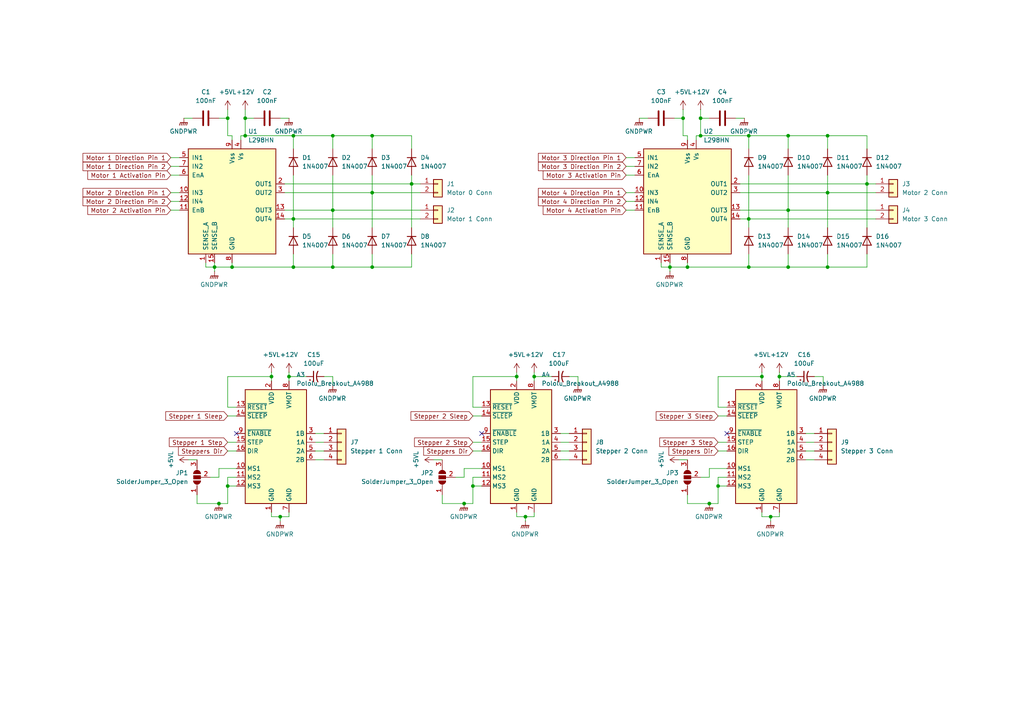
<source format=kicad_sch>
(kicad_sch (version 20250114) (generator "eeschema") (generator_version "9.0")
  (paper "A4")
  (lib_symbols
    (symbol "Connector_Generic:Conn_01x02" (pin_names (offset 1.016) (hide yes))
      (property "Reference" "J" (at 0 2.54 0))
      (property "Value" "Conn_01x02" (at 0 -5.08 0))
      (symbol "Conn_01x02_1_1"
        (rectangle (start -1.27 1.27) (end 1.27 -3.81) (stroke (width 0.254)) (fill (type background)))
        (rectangle (start -1.27 0.127) (end 0 -0.127) (stroke (width 0.1524)))
        (rectangle (start -1.27 -2.413) (end 0 -2.667) (stroke (width 0.1524)))
        (pin passive line (at -5.08 0 0) (length 3.81) (name "Pin_1") (number "1"))
        (pin passive line (at -5.08 -2.54 0) (length 3.81) (name "Pin_2") (number "2"))
      )
    )
    (symbol "Connector_Generic:Conn_01x04" (pin_names (offset 1.016) (hide yes))
      (property "Reference" "J" (at 0 5.08 0))
      (property "Value" "Conn_01x04" (at 0 -7.62 0))
      (symbol "Conn_01x04_1_1"
        (rectangle (start -1.27 3.81) (end 1.27 -6.35) (stroke (width 0.254)) (fill (type background)))
        (rectangle (start -1.27 2.667) (end 0 2.413) (stroke (width 0.1524)))
        (rectangle (start -1.27 0.127) (end 0 -0.127) (stroke (width 0.1524)))
        (rectangle (start -1.27 -2.413) (end 0 -2.667) (stroke (width 0.1524)))
        (rectangle (start -1.27 -4.953) (end 0 -5.207) (stroke (width 0.1524)))
        (pin passive line (at -5.08 2.54 0) (length 3.81) (name "Pin_1") (number "1"))
        (pin passive line (at -5.08 0 0) (length 3.81) (name "Pin_2") (number "2"))
        (pin passive line (at -5.08 -2.54 0) (length 3.81) (name "Pin_3") (number "3"))
        (pin passive line (at -5.08 -5.08 0) (length 3.81) (name "Pin_4") (number "4"))
      )
    )
    (symbol "Device:C" (pin_numbers (hide yes)) (pin_names (offset 0.254))
      (property "Reference" "C" (at 0.635 2.54 0))
      (property "Value" "C" (at 0.635 -2.54 0))
      (symbol "C_0_1"
        (polyline (pts (xy -2.032 0.762) (xy 2.032 0.762)) (stroke (width 0.508)))
        (polyline (pts (xy -2.032 -0.762) (xy 2.032 -0.762)) (stroke (width 0.508)))
      )
      (symbol "C_1_1"
        (pin passive line (at 0 3.81 270) (length 2.794) (name "~") (number "1"))
        (pin passive line (at 0 -3.81 90) (length 2.794) (name "~") (number "2"))
      )
    )
    (symbol "Device:C_Polarized_Small_US" (pin_numbers (hide yes)) (pin_names (offset 0.254) (hide yes))
      (property "Reference" "C" (at 0.254 1.778 0))
      (property "Value" "C_Polarized_Small_US" (at 0.254 -2.032 0))
      (symbol "C_Polarized_Small_US_0_1"
        (polyline (pts (xy -1.524 0.508) (xy 1.524 0.508)) (stroke (width 0.3048)))
        (polyline (pts (xy -1.27 1.524) (xy -0.762 1.524)))
        (polyline (pts (xy -1.016 1.27) (xy -1.016 1.778)))
        (arc (start -1.524 -0.762) (mid 0 -0.3734) (end 1.524 -0.762) (stroke (width 0.3048)))
      )
      (symbol "C_Polarized_Small_US_1_1"
        (pin passive line (at 0 2.54 270) (length 2.032) (name "~") (number "1"))
        (pin passive line (at 0 -2.54 90) (length 2.032) (name "~") (number "2"))
      )
    )
    (symbol "Diode:1N4007" (pin_numbers (hide yes)) (pin_names (hide yes))
      (property "Reference" "D" (at 0 2.54 0))
      (property "Value" "1N4007" (at 0 -2.54 0))
      (symbol "1N4007_0_1"
        (polyline (pts (xy -1.27 1.27) (xy -1.27 -1.27)) (stroke (width 0.254)))
        (polyline (pts (xy 1.27 1.27) (xy 1.27 -1.27) (xy -1.27 0) (xy 1.27 1.27)) (stroke (width 0.254)))
        (polyline (pts (xy 1.27 0) (xy -1.27 0)))
      )
      (symbol "1N4007_1_1"
        (pin passive line (at -3.81 0 0) (length 2.54) (name "K") (number "1"))
        (pin passive line (at 3.81 0 180) (length 2.54) (name "A") (number "2"))
      )
    )
    (symbol "Driver_Motor:L298HN" (pin_names (offset 1.016))
      (property "Reference" "U" (at -10.16 16.51 0))
      (property "Value" "L298HN" (at 12.7 16.51 0))
      (symbol "L298HN_0_1"
        (rectangle (start -12.7 15.24) (end 12.7 -15.24) (stroke (width 0.254)) (fill (type background)))
      )
      (symbol "L298HN_1_1"
        (pin input line (at -15.24 12.7 0) (length 2.54) (name "IN1") (number "5"))
        (pin input line (at -15.24 10.16 0) (length 2.54) (name "IN2") (number "7"))
        (pin input line (at -15.24 7.62 0) (length 2.54) (name "EnA") (number "6"))
        (pin input line (at -15.24 2.54 0) (length 2.54) (name "IN3") (number "10"))
        (pin input line (at -15.24 0 0) (length 2.54) (name "IN4") (number "12"))
        (pin input line (at -15.24 -2.54 0) (length 2.54) (name "EnB") (number "11"))
        (pin power_in line (at -7.62 -17.78 90) (length 2.54) (name "SENSE_A") (number "1"))
        (pin power_in line (at -5.08 -17.78 90) (length 2.54) (name "SENSE_B") (number "15"))
        (pin power_in line (at 0 17.78 270) (length 2.54) (name "Vss") (number "9"))
        (pin power_in line (at 0 -17.78 90) (length 2.54) (name "GND") (number "8"))
        (pin power_in line (at 2.54 17.78 270) (length 2.54) (name "Vs") (number "4"))
        (pin output line (at 15.24 5.08 180) (length 2.54) (name "OUT1") (number "2"))
        (pin output line (at 15.24 2.54 180) (length 2.54) (name "OUT2") (number "3"))
        (pin output line (at 15.24 -2.54 180) (length 2.54) (name "OUT3") (number "13"))
        (pin output line (at 15.24 -5.08 180) (length 2.54) (name "OUT4") (number "14"))
      )
    )
    (symbol "Driver_Motor:Pololu_Breakout_A4988"
      (property "Reference" "A" (at -2.54 19.05 0))
      (property "Value" "Pololu_Breakout_A4988" (at -2.54 16.51 0))
      (symbol "Pololu_Breakout_A4988_0_1"
        (rectangle (start 10.16 -17.78) (end -7.62 15.24) (stroke (width 0.254)) (fill (type background)))
      )
      (symbol "Pololu_Breakout_A4988_1_1"
        (pin input line (at -10.16 10.16 0) (length 2.54) (name "~{RESET}") (number "13"))
        (pin input line (at -10.16 7.62 0) (length 2.54) (name "~{SLEEP}") (number "14"))
        (pin input line (at -10.16 2.54 0) (length 2.54) (name "~{ENABLE}") (number "9"))
        (pin input line (at -10.16 0 0) (length 2.54) (name "STEP") (number "15"))
        (pin input line (at -10.16 -2.54 0) (length 2.54) (name "DIR") (number "16"))
        (pin input line (at -10.16 -7.62 0) (length 2.54) (name "MS1") (number "10"))
        (pin input line (at -10.16 -10.16 0) (length 2.54) (name "MS2") (number "11"))
        (pin input line (at -10.16 -12.7 0) (length 2.54) (name "MS3") (number "12"))
        (pin power_in line (at 0 17.78 270) (length 2.54) (name "VDD") (number "2"))
        (pin power_in line (at 0 -20.32 90) (length 2.54) (name "GND") (number "1"))
        (pin power_in line (at 5.08 17.78 270) (length 2.54) (name "VMOT") (number "8"))
        (pin power_in line (at 5.08 -20.32 90) (length 2.54) (name "GND") (number "7"))
        (pin output line (at 12.7 2.54 180) (length 2.54) (name "1B") (number "3"))
        (pin output line (at 12.7 0 180) (length 2.54) (name "1A") (number "4"))
        (pin output line (at 12.7 -2.54 180) (length 2.54) (name "2A") (number "5"))
        (pin output line (at 12.7 -5.08 180) (length 2.54) (name "2B") (number "6"))
      )
    )
    (symbol "Jumper:SolderJumper_3_Open" (pin_names (offset 0) (hide yes)) (in_bom no)
      (property "Reference" "JP" (at -2.54 -2.54 0))
      (property "Value" "SolderJumper_3_Open" (at 0 2.794 0))
      (symbol "SolderJumper_3_Open_0_1"
        (polyline (pts (xy -2.54 0) (xy -2.032 0)))
        (polyline (pts (xy -1.016 1.016) (xy -1.016 -1.016)))
        (arc (start -1.016 -1.016) (mid -2.0276 0) (end -1.016 1.016))
        (arc (start -1.016 -1.016) (mid -2.0276 0) (end -1.016 1.016) (fill (type outline)))
        (rectangle (start -0.508 1.016) (end 0.508 -1.016) (fill (type outline)))
        (polyline (pts (xy 0 -1.27) (xy 0 -1.016)))
        (arc (start 1.016 1.016) (mid 2.0276 0) (end 1.016 -1.016))
        (arc (start 1.016 1.016) (mid 2.0276 0) (end 1.016 -1.016) (fill (type outline)))
        (polyline (pts (xy 1.016 1.016) (xy 1.016 -1.016)))
        (polyline (pts (xy 2.54 0) (xy 2.032 0)))
      )
      (symbol "SolderJumper_3_Open_1_1"
        (pin passive line (at -5.08 0 0) (length 2.54) (name "A") (number "1"))
        (pin passive line (at 0 -3.81 90) (length 2.54) (name "C") (number "2"))
        (pin passive line (at 5.08 0 180) (length 2.54) (name "B") (number "3"))
      )
    )
    (symbol "power:+12V" (power) (pin_numbers (hide yes)) (pin_names (offset 0) (hide yes))
      (property "Value" "+12V" (at 0 3.556 0))
      (symbol "+12V_0_1"
        (polyline (pts (xy -0.762 1.27) (xy 0 2.54)))
        (polyline (pts (xy 0 2.54) (xy 0.762 1.27)))
        (polyline (pts (xy 0 0) (xy 0 2.54)))
      )
      (symbol "+12V_1_1"
        (pin power_in line (at 0 0 90) (length 0) (name "~") (number "1"))
      )
    )
    (symbol "power:+5VL" (power) (pin_numbers (hide yes)) (pin_names (offset 0) (hide yes))
      (property "Value" "+5VL" (at 0 3.556 0))
      (symbol "+5VL_0_1"
        (polyline (pts (xy -0.762 1.27) (xy 0 2.54)))
        (polyline (pts (xy 0 2.54) (xy 0.762 1.27)))
        (polyline (pts (xy 0 0) (xy 0 2.54)))
      )
      (symbol "+5VL_1_1"
        (pin power_in line (at 0 0 90) (length 0) (name "~") (number "1"))
      )
    )
    (symbol "power:GNDPWR" (power) (pin_numbers (hide yes)) (pin_names (offset 0) (hide yes))
      (property "Value" "GNDPWR" (at 0 -3.302 0))
      (symbol "GNDPWR_0_1"
        (polyline (pts (xy -1.016 -1.27) (xy -1.27 -2.032) (xy -1.27 -2.032)) (stroke (width 0.2032)))
        (polyline (pts (xy -0.508 -1.27) (xy -0.762 -2.032) (xy -0.762 -2.032)) (stroke (width 0.2032)))
        (polyline (pts (xy 0 -1.27) (xy 0 0)))
        (polyline (pts (xy 0 -1.27) (xy -0.254 -2.032) (xy -0.254 -2.032)) (stroke (width 0.2032)))
        (polyline (pts (xy 0.508 -1.27) (xy 0.254 -2.032) (xy 0.254 -2.032)) (stroke (width 0.2032)))
        (polyline (pts (xy 1.016 -1.27) (xy -1.016 -1.27) (xy -1.016 -1.27)) (stroke (width 0.2032)))
        (polyline (pts (xy 1.016 -1.27) (xy 0.762 -2.032) (xy 0.762 -2.032) (xy 0.762 -2.032)) (stroke (width 0.2032)))
      )
      (symbol "GNDPWR_1_1"
        (pin power_in line (at 0 0 270) (length 0) (name "~") (number "1"))
      )
    )
  )
  (junction (at 208.28 140.97))
  (junction (at 228.6 60.96))
  (junction (at 78.74 109.22))
  (junction (at 149.86 109.22))
  (junction (at 83.82 109.22))
  (junction (at 107.95 39.37))
  (junction (at 96.52 77.47))
  (junction (at 228.6 77.47))
  (junction (at 205.74 146.05))
  (junction (at 154.94 109.22))
  (junction (at 85.09 77.47))
  (junction (at 81.28 149.86))
  (junction (at 217.17 63.5))
  (junction (at 85.09 39.37))
  (junction (at 96.52 60.96))
  (junction (at 194.31 77.47))
  (junction (at 152.4 149.86))
  (junction (at 119.38 53.34))
  (junction (at 240.03 39.37))
  (junction (at 223.52 149.86))
  (junction (at 66.04 34.29))
  (junction (at 63.5 146.05))
  (junction (at 240.03 55.88))
  (junction (at 203.2 34.29))
  (junction (at 67.31 77.47))
  (junction (at 85.09 63.5))
  (junction (at 107.95 55.88))
  (junction (at 240.03 77.47))
  (junction (at 198.12 34.29))
  (junction (at 217.17 39.37))
  (junction (at 203.2 39.37))
  (junction (at 217.17 77.47))
  (junction (at 137.16 140.97))
  (junction (at 71.12 34.29))
  (junction (at 251.46 53.34))
  (junction (at 199.39 77.47))
  (junction (at 71.12 39.37))
  (junction (at 107.95 77.47))
  (junction (at 62.23 77.47))
  (junction (at 66.04 140.97))
  (junction (at 96.52 39.37))
  (junction (at 134.62 146.05))
  (junction (at 220.98 109.22))
  (junction (at 226.06 109.22))
  (junction (at 228.6 39.37))
  (no_connect (at 68.58 125.73))
  (no_connect (at 210.82 125.73))
  (no_connect (at 139.7 125.73))
  (wire (pts (xy 134.62 146.05) (xy 137.16 146.05)))
  (wire (pts (xy 217.17 63.5) (xy 254 63.5)))
  (wire (pts (xy 66.04 138.43) (xy 66.04 140.97)))
  (wire (pts (xy 71.12 34.29) (xy 71.12 39.37)))
  (wire (pts (xy 198.12 31.75) (xy 198.12 34.29)))
  (wire (pts (xy 181.61 45.72) (xy 184.15 45.72)))
  (wire (pts (xy 238.76 109.22) (xy 238.76 111.76)))
  (wire (pts (xy 137.16 138.43) (xy 139.7 138.43)))
  (wire (pts (xy 107.95 39.37) (xy 119.38 39.37)))
  (wire (pts (xy 137.16 146.05) (xy 137.16 140.97)))
  (wire (pts (xy 220.98 149.86) (xy 223.52 149.86)))
  (wire (pts (xy 85.09 63.5) (xy 85.09 66.04)))
  (wire (pts (xy 59.69 76.2) (xy 59.69 77.47)))
  (wire (pts (xy 214.63 60.96) (xy 228.6 60.96)))
  (wire (pts (xy 134.62 138.43) (xy 132.08 138.43)))
  (wire (pts (xy 228.6 77.47) (xy 240.03 77.47)))
  (wire (pts (xy 208.28 109.22) (xy 220.98 109.22)))
  (wire (pts (xy 217.17 63.5) (xy 217.17 66.04)))
  (wire (pts (xy 201.93 39.37) (xy 203.2 39.37)))
  (wire (pts (xy 191.77 77.47) (xy 194.31 77.47)))
  (wire (pts (xy 63.5 146.05) (xy 66.04 146.05)))
  (wire (pts (xy 125.73 133.35) (xy 128.27 133.35)))
  (wire (pts (xy 251.46 50.8) (xy 251.46 53.34)))
  (wire (pts (xy 205.74 138.43) (xy 203.2 138.43)))
  (wire (pts (xy 82.55 63.5) (xy 85.09 63.5)))
  (wire (pts (xy 233.68 125.73) (xy 236.22 125.73)))
  (wire (pts (xy 199.39 76.2) (xy 199.39 77.47)))
  (wire (pts (xy 199.39 146.05) (xy 199.39 143.51)))
  (wire (pts (xy 226.06 109.22) (xy 226.06 110.49)))
  (wire (pts (xy 214.63 63.5) (xy 217.17 63.5)))
  (wire (pts (xy 66.04 39.37) (xy 67.31 39.37)))
  (wire (pts (xy 223.52 151.13) (xy 223.52 149.86)))
  (wire (pts (xy 217.17 43.18) (xy 217.17 39.37)))
  (wire (pts (xy 119.38 73.66) (xy 119.38 77.47)))
  (wire (pts (xy 214.63 55.88) (xy 240.03 55.88)))
  (wire (pts (xy 91.44 125.73) (xy 93.98 125.73)))
  (wire (pts (xy 162.56 133.35) (xy 165.1 133.35)))
  (wire (pts (xy 66.04 120.65) (xy 68.58 120.65)))
  (wire (pts (xy 240.03 73.66) (xy 240.03 77.47)))
  (wire (pts (xy 85.09 77.47) (xy 96.52 77.47)))
  (wire (pts (xy 81.28 151.13) (xy 81.28 149.86)))
  (wire (pts (xy 91.44 130.81) (xy 93.98 130.81)))
  (wire (pts (xy 128.27 146.05) (xy 128.27 143.51)))
  (wire (pts (xy 49.53 45.72) (xy 52.07 45.72)))
  (wire (pts (xy 96.52 50.8) (xy 96.52 60.96)))
  (wire (pts (xy 66.04 109.22) (xy 78.74 109.22)))
  (wire (pts (xy 162.56 130.81) (xy 165.1 130.81)))
  (wire (pts (xy 85.09 73.66) (xy 85.09 77.47)))
  (wire (pts (xy 217.17 50.8) (xy 217.17 63.5)))
  (wire (pts (xy 217.17 73.66) (xy 217.17 77.47)))
  (wire (pts (xy 162.56 125.73) (xy 165.1 125.73)))
  (wire (pts (xy 67.31 76.2) (xy 67.31 77.47)))
  (wire (pts (xy 67.31 39.37) (xy 67.31 40.64)))
  (wire (pts (xy 107.95 55.88) (xy 121.92 55.88)))
  (wire (pts (xy 63.5 34.29) (xy 66.04 34.29)))
  (wire (pts (xy 83.82 107.95) (xy 83.82 109.22)))
  (wire (pts (xy 199.39 77.47) (xy 217.17 77.47)))
  (wire (pts (xy 154.94 109.22) (xy 160.02 109.22)))
  (wire (pts (xy 181.61 50.8) (xy 184.15 50.8)))
  (wire (pts (xy 226.06 107.95) (xy 226.06 109.22)))
  (wire (pts (xy 167.64 109.22) (xy 167.64 111.76)))
  (wire (pts (xy 53.34 34.29) (xy 55.88 34.29)))
  (wire (pts (xy 128.27 146.05) (xy 134.62 146.05)))
  (wire (pts (xy 96.52 109.22) (xy 96.52 111.76)))
  (wire (pts (xy 208.28 140.97) (xy 210.82 140.97)))
  (wire (pts (xy 134.62 138.43) (xy 134.62 135.89)))
  (wire (pts (xy 220.98 107.95) (xy 220.98 109.22)))
  (wire (pts (xy 198.12 34.29) (xy 198.12 39.37)))
  (wire (pts (xy 107.95 55.88) (xy 107.95 66.04)))
  (wire (pts (xy 137.16 128.27) (xy 139.7 128.27)))
  (wire (pts (xy 154.94 148.59) (xy 154.94 149.86)))
  (wire (pts (xy 228.6 73.66) (xy 228.6 77.47)))
  (wire (pts (xy 220.98 148.59) (xy 220.98 149.86)))
  (wire (pts (xy 96.52 39.37) (xy 107.95 39.37)))
  (wire (pts (xy 203.2 39.37) (xy 217.17 39.37)))
  (wire (pts (xy 162.56 128.27) (xy 165.1 128.27)))
  (wire (pts (xy 96.52 73.66) (xy 96.52 77.47)))
  (wire (pts (xy 93.98 109.22) (xy 96.52 109.22)))
  (wire (pts (xy 228.6 60.96) (xy 254 60.96)))
  (wire (pts (xy 137.16 118.11) (xy 139.7 118.11)))
  (wire (pts (xy 203.2 34.29) (xy 205.74 34.29)))
  (wire (pts (xy 83.82 109.22) (xy 88.9 109.22)))
  (wire (pts (xy 57.15 146.05) (xy 63.5 146.05)))
  (wire (pts (xy 149.86 109.22) (xy 149.86 110.49)))
  (wire (pts (xy 240.03 50.8) (xy 240.03 55.88)))
  (wire (pts (xy 83.82 149.86) (xy 81.28 149.86)))
  (wire (pts (xy 91.44 128.27) (xy 93.98 128.27)))
  (wire (pts (xy 220.98 109.22) (xy 220.98 110.49)))
  (wire (pts (xy 49.53 50.8) (xy 52.07 50.8)))
  (wire (pts (xy 165.1 109.22) (xy 167.64 109.22)))
  (wire (pts (xy 66.04 31.75) (xy 66.04 34.29)))
  (wire (pts (xy 181.61 48.26) (xy 184.15 48.26)))
  (wire (pts (xy 208.28 118.11) (xy 210.82 118.11)))
  (wire (pts (xy 205.74 146.05) (xy 208.28 146.05)))
  (wire (pts (xy 83.82 109.22) (xy 83.82 110.49)))
  (wire (pts (xy 199.39 146.05) (xy 205.74 146.05)))
  (wire (pts (xy 63.5 135.89) (xy 68.58 135.89)))
  (wire (pts (xy 66.04 118.11) (xy 68.58 118.11)))
  (wire (pts (xy 199.39 39.37) (xy 198.12 39.37)))
  (wire (pts (xy 85.09 63.5) (xy 121.92 63.5)))
  (wire (pts (xy 199.39 77.47) (xy 194.31 77.47)))
  (wire (pts (xy 240.03 55.88) (xy 240.03 66.04)))
  (wire (pts (xy 137.16 118.11) (xy 137.16 109.22)))
  (wire (pts (xy 233.68 133.35) (xy 236.22 133.35)))
  (wire (pts (xy 107.95 73.66) (xy 107.95 77.47)))
  (wire (pts (xy 81.28 34.29) (xy 83.82 34.29)))
  (wire (pts (xy 240.03 55.88) (xy 254 55.88)))
  (wire (pts (xy 203.2 34.29) (xy 203.2 39.37)))
  (wire (pts (xy 149.86 148.59) (xy 149.86 149.86)))
  (wire (pts (xy 208.28 130.81) (xy 210.82 130.81)))
  (wire (pts (xy 63.5 138.43) (xy 63.5 135.89)))
  (wire (pts (xy 78.74 109.22) (xy 78.74 110.49)))
  (wire (pts (xy 205.74 138.43) (xy 205.74 135.89)))
  (wire (pts (xy 91.44 133.35) (xy 93.98 133.35)))
  (wire (pts (xy 208.28 120.65) (xy 210.82 120.65)))
  (wire (pts (xy 107.95 50.8) (xy 107.95 55.88)))
  (wire (pts (xy 137.16 120.65) (xy 139.7 120.65)))
  (wire (pts (xy 119.38 43.18) (xy 119.38 39.37)))
  (wire (pts (xy 154.94 107.95) (xy 154.94 109.22)))
  (wire (pts (xy 82.55 60.96) (xy 96.52 60.96)))
  (wire (pts (xy 240.03 39.37) (xy 240.03 43.18)))
  (wire (pts (xy 82.55 55.88) (xy 107.95 55.88)))
  (wire (pts (xy 137.16 130.81) (xy 139.7 130.81)))
  (wire (pts (xy 152.4 151.13) (xy 152.4 149.86)))
  (wire (pts (xy 228.6 50.8) (xy 228.6 60.96)))
  (wire (pts (xy 134.62 135.89) (xy 139.7 135.89)))
  (wire (pts (xy 71.12 39.37) (xy 85.09 39.37)))
  (wire (pts (xy 66.04 146.05) (xy 66.04 140.97)))
  (wire (pts (xy 226.06 148.59) (xy 226.06 149.86)))
  (wire (pts (xy 66.04 34.29) (xy 66.04 39.37)))
  (wire (pts (xy 149.86 107.95) (xy 149.86 109.22)))
  (wire (pts (xy 214.63 53.34) (xy 251.46 53.34)))
  (wire (pts (xy 228.6 39.37) (xy 217.17 39.37)))
  (wire (pts (xy 83.82 148.59) (xy 83.82 149.86)))
  (wire (pts (xy 137.16 140.97) (xy 139.7 140.97)))
  (wire (pts (xy 85.09 77.47) (xy 67.31 77.47)))
  (wire (pts (xy 195.58 34.29) (xy 198.12 34.29)))
  (wire (pts (xy 96.52 60.96) (xy 121.92 60.96)))
  (wire (pts (xy 251.46 39.37) (xy 240.03 39.37)))
  (wire (pts (xy 69.85 39.37) (xy 69.85 40.64)))
  (wire (pts (xy 71.12 34.29) (xy 73.66 34.29)))
  (wire (pts (xy 228.6 60.96) (xy 228.6 66.04)))
  (wire (pts (xy 71.12 39.37) (xy 69.85 39.37)))
  (wire (pts (xy 107.95 39.37) (xy 107.95 43.18)))
  (wire (pts (xy 208.28 146.05) (xy 208.28 140.97)))
  (wire (pts (xy 236.22 109.22) (xy 238.76 109.22)))
  (wire (pts (xy 78.74 148.59) (xy 78.74 149.86)))
  (wire (pts (xy 96.52 39.37) (xy 96.52 43.18)))
  (wire (pts (xy 62.23 77.47) (xy 67.31 77.47)))
  (wire (pts (xy 85.09 50.8) (xy 85.09 63.5)))
  (wire (pts (xy 251.46 53.34) (xy 251.46 66.04)))
  (wire (pts (xy 96.52 60.96) (xy 96.52 66.04)))
  (wire (pts (xy 240.03 77.47) (xy 251.46 77.47)))
  (wire (pts (xy 240.03 39.37) (xy 228.6 39.37)))
  (wire (pts (xy 196.85 133.35) (xy 199.39 133.35)))
  (wire (pts (xy 66.04 140.97) (xy 68.58 140.97)))
  (wire (pts (xy 149.86 149.86) (xy 152.4 149.86)))
  (wire (pts (xy 233.68 130.81) (xy 236.22 130.81)))
  (wire (pts (xy 66.04 138.43) (xy 68.58 138.43)))
  (wire (pts (xy 66.04 128.27) (xy 68.58 128.27)))
  (wire (pts (xy 203.2 31.75) (xy 203.2 34.29)))
  (wire (pts (xy 49.53 60.96) (xy 52.07 60.96)))
  (wire (pts (xy 226.06 149.86) (xy 223.52 149.86)))
  (wire (pts (xy 181.61 60.96) (xy 184.15 60.96)))
  (wire (pts (xy 185.42 34.29) (xy 187.96 34.29)))
  (wire (pts (xy 85.09 39.37) (xy 85.09 43.18)))
  (wire (pts (xy 96.52 77.47) (xy 107.95 77.47)))
  (wire (pts (xy 71.12 31.75) (xy 71.12 34.29)))
  (wire (pts (xy 208.28 118.11) (xy 208.28 109.22)))
  (wire (pts (xy 233.68 128.27) (xy 236.22 128.27)))
  (wire (pts (xy 137.16 109.22) (xy 149.86 109.22)))
  (wire (pts (xy 217.17 77.47) (xy 228.6 77.47)))
  (wire (pts (xy 78.74 107.95) (xy 78.74 109.22)))
  (wire (pts (xy 137.16 138.43) (xy 137.16 140.97)))
  (wire (pts (xy 82.55 53.34) (xy 119.38 53.34)))
  (wire (pts (xy 49.53 48.26) (xy 52.07 48.26)))
  (wire (pts (xy 49.53 55.88) (xy 52.07 55.88)))
  (wire (pts (xy 201.93 40.64) (xy 201.93 39.37)))
  (wire (pts (xy 226.06 109.22) (xy 231.14 109.22)))
  (wire (pts (xy 194.31 77.47) (xy 194.31 76.2)))
  (wire (pts (xy 208.28 128.27) (xy 210.82 128.27)))
  (wire (pts (xy 85.09 39.37) (xy 96.52 39.37)))
  (wire (pts (xy 181.61 58.42) (xy 184.15 58.42)))
  (wire (pts (xy 154.94 149.86) (xy 152.4 149.86)))
  (wire (pts (xy 251.46 73.66) (xy 251.46 77.47)))
  (wire (pts (xy 119.38 50.8) (xy 119.38 53.34)))
  (wire (pts (xy 66.04 118.11) (xy 66.04 109.22)))
  (wire (pts (xy 154.94 109.22) (xy 154.94 110.49)))
  (wire (pts (xy 191.77 76.2) (xy 191.77 77.47)))
  (wire (pts (xy 208.28 138.43) (xy 208.28 140.97)))
  (wire (pts (xy 54.61 133.35) (xy 57.15 133.35)))
  (wire (pts (xy 49.53 58.42) (xy 52.07 58.42)))
  (wire (pts (xy 199.39 40.64) (xy 199.39 39.37)))
  (wire (pts (xy 63.5 138.43) (xy 60.96 138.43)))
  (wire (pts (xy 194.31 77.47) (xy 194.31 78.74)))
  (wire (pts (xy 62.23 76.2) (xy 62.23 77.47)))
  (wire (pts (xy 62.23 77.47) (xy 62.23 78.74)))
  (wire (pts (xy 213.36 34.29) (xy 215.9 34.29)))
  (wire (pts (xy 251.46 43.18) (xy 251.46 39.37)))
  (wire (pts (xy 205.74 135.89) (xy 210.82 135.89)))
  (wire (pts (xy 59.69 77.47) (xy 62.23 77.47)))
  (wire (pts (xy 57.15 146.05) (xy 57.15 143.51)))
  (wire (pts (xy 251.46 53.34) (xy 254 53.34)))
  (wire (pts (xy 119.38 53.34) (xy 119.38 66.04)))
  (wire (pts (xy 181.61 55.88) (xy 184.15 55.88)))
  (wire (pts (xy 107.95 77.47) (xy 119.38 77.47)))
  (wire (pts (xy 119.38 53.34) (xy 121.92 53.34)))
  (wire (pts (xy 228.6 43.18) (xy 228.6 39.37)))
  (wire (pts (xy 66.04 130.81) (xy 68.58 130.81)))
  (wire (pts (xy 208.28 138.43) (xy 210.82 138.43)))
  (wire (pts (xy 78.74 149.86) (xy 81.28 149.86)))
  (global_label "Motor 3 Direction Pin 1" (shape input) (at 181.61 45.72 180) (property "Intersheetrefs" "${INTERSHEET_REFS}" (effects (hide yes))))
  (global_label "Stepper 1 Step" (shape input) (at 66.04 128.27 180) (property "Intersheetrefs" "${INTERSHEET_REFS}" (effects (hide yes))))
  (global_label "Motor 4 Activation Pin" (shape input) (at 181.61 60.96 180) (property "Intersheetrefs" "${INTERSHEET_REFS}" (effects (hide yes))))
  (global_label "Stepper 3 Step" (shape input) (at 208.28 128.27 180) (property "Intersheetrefs" "${INTERSHEET_REFS}" (effects (hide yes))))
  (global_label "Stepper 2 Sleep" (shape input) (at 137.16 120.65 180) (property "Intersheetrefs" "${INTERSHEET_REFS}" (effects (hide yes))))
  (global_label "Motor 1 Activation Pin" (shape input) (at 49.53 50.8 180) (property "Intersheetrefs" "${INTERSHEET_REFS}" (effects (hide yes))))
  (global_label "Steppers Dir" (shape input) (at 66.04 130.81 180) (property "Intersheetrefs" "${INTERSHEET_REFS}" (effects (hide yes))))
  (global_label "Motor 3 Activation Pin" (shape input) (at 181.61 50.8 180) (property "Intersheetrefs" "${INTERSHEET_REFS}" (effects (hide yes))))
  (global_label "Motor 2 Direction Pin 1" (shape input) (at 49.53 55.88 180) (property "Intersheetrefs" "${INTERSHEET_REFS}" (effects (hide yes))))
  (global_label "Motor 3 Direction Pin 2" (shape input) (at 181.61 48.26 180) (property "Intersheetrefs" "${INTERSHEET_REFS}" (effects (hide yes))))
  (global_label "Motor 1 Direction Pin 1" (shape input) (at 49.53 45.72 180) (property "Intersheetrefs" "${INTERSHEET_REFS}" (effects (hide yes))))
  (global_label "Motor 4 Direction Pin 2" (shape input) (at 181.61 58.42 180) (property "Intersheetrefs" "${INTERSHEET_REFS}" (effects (hide yes))))
  (global_label "Stepper 2 Step" (shape input) (at 137.16 128.27 180) (property "Intersheetrefs" "${INTERSHEET_REFS}" (effects (hide yes))))
  (global_label "Steppers Dir" (shape input) (at 208.28 130.81 180) (property "Intersheetrefs" "${INTERSHEET_REFS}" (effects (hide yes))))
  (global_label "Steppers Dir" (shape input) (at 137.16 130.81 180) (property "Intersheetrefs" "${INTERSHEET_REFS}" (effects (hide yes))))
  (global_label "Motor 1 Direction Pin 2" (shape input) (at 49.53 48.26 180) (property "Intersheetrefs" "${INTERSHEET_REFS}" (effects (hide yes))))
  (global_label "Motor 4 Direction Pin 1" (shape input) (at 181.61 55.88 180) (property "Intersheetrefs" "${INTERSHEET_REFS}" (effects (hide yes))))
  (global_label "Stepper 1 Sleep" (shape input) (at 66.04 120.65 180) (property "Intersheetrefs" "${INTERSHEET_REFS}" (effects (hide yes))))
  (global_label "Motor 2 Activation Pin" (shape input) (at 49.53 60.96 180) (property "Intersheetrefs" "${INTERSHEET_REFS}" (effects (hide yes))))
  (global_label "Motor 2 Direction Pin 2" (shape input) (at 49.53 58.42 180) (property "Intersheetrefs" "${INTERSHEET_REFS}" (effects (hide yes))))
  (global_label "Stepper 3 Sleep" (shape input) (at 208.28 120.65 180) (property "Intersheetrefs" "${INTERSHEET_REFS}" (effects (hide yes))))
  (symbol (lib_id "power:GNDPWR") (at 134.62 146.05 0) (unit 1)
    (property "Reference" "#PWR048" (effects (hide yes)))
    (property "Value" "GNDPWR" (at 134.493 149.86 0))
    (property "Description" "Power symbol creates a global label with name \"GNDPWR\" , global ground" (effects (hide yes)))
  )
  (symbol (lib_id "Connector_Generic:Conn_01x02") (at 127 53.34 0) (unit 1)
    (property "Reference" "J1" (at 129.54 53.3399 0) (effects (justify left)))
    (property "Value" "Motor 0 Conn" (at 129.54 55.8799 0) (effects (justify left)))
    (property "Footprint" "Connector_PinHeader_2.54mm:PinHeader_1x02_P2.54mm_Vertical" (effects (hide yes)))
    (property "Description" "Generic connector, single row, 01x02, script generated (kicad-library-utils/schlib/autogen/connector/)" (effects (hide yes)))
  )
  (symbol (lib_id "Diode:1N4007") (at 85.09 46.99 270) (unit 1)
    (property "Reference" "D1" (at 87.63 45.7199 90) (effects (justify left)))
    (property "Value" "1N4007" (at 87.63 48.2599 90) (effects (justify left)))
    (property "Footprint" "Diode_THT:D_DO-41_SOD81_P10.16mm_Horizontal" (effects (hide yes)))
    (property "Datasheet" "http://www.vishay.com/docs/88503/1n4001.pdf" (effects (hide yes)))
    (property "Description" "1000V 1A General Purpose Rectifier Diode, DO-41" (effects (hide yes)))
    (property "Sim.Device" "D" (effects (hide yes)))
    (property "Sim.Pins" "1=K 2=A" (effects (hide yes)))
  )
  (symbol (lib_id "Driver_Motor:L298HN") (at 67.31 58.42 0) (unit 1)
    (property "Reference" "U1" (at 71.9933 38.1 0) (effects (justify left)))
    (property "Value" "L298HN" (at 71.9933 40.64 0) (effects (justify left)))
    (property "Footprint" "Package_TO_SOT_THT:TO-220-15_P2.54x5.08mm_StaggerOdd_Lead4.58mm_Vertical" (effects (hide yes)))
    (property "Datasheet" "http://www.st.com/st-web-ui/static/active/en/resource/technical/document/datasheet/CD00000240.pdf" (effects (hide yes)))
    (property "Description" "Dual full bridge motor driver, up to 46V, 4A, Multiwatt15-H" (effects (hide yes)))
  )
  (symbol (lib_id "Diode:1N4007") (at 217.17 69.85 270) (unit 1)
    (property "Reference" "D13" (at 219.71 68.5799 90) (effects (justify left)))
    (property "Value" "1N4007" (at 219.71 71.1199 90) (effects (justify left)))
    (property "Footprint" "Diode_THT:D_DO-41_SOD81_P10.16mm_Horizontal" (effects (hide yes)))
    (property "Datasheet" "http://www.vishay.com/docs/88503/1n4001.pdf" (effects (hide yes)))
    (property "Description" "1000V 1A General Purpose Rectifier Diode, DO-41" (effects (hide yes)))
    (property "Sim.Device" "D" (effects (hide yes)))
    (property "Sim.Pins" "1=K 2=A" (effects (hide yes)))
  )
  (symbol (lib_id "power:GNDPWR") (at 152.4 151.13 0) (unit 1)
    (property "Reference" "#PWR031" (effects (hide yes)))
    (property "Value" "GNDPWR" (at 152.273 154.94 0))
    (property "Description" "Power symbol creates a global label with name \"GNDPWR\" , global ground" (effects (hide yes)))
  )
  (symbol (lib_id "power:+12V") (at 71.12 31.75 0) (unit 1)
    (property "Reference" "#PWR04" (effects (hide yes)))
    (property "Value" "+12V" (at 71.12 26.67 0))
    (property "Description" "Power symbol creates a global label with name \"+12V\"" (effects (hide yes)))
  )
  (symbol (lib_id "power:GNDPWR") (at 215.9 34.29 0) (unit 1)
    (property "Reference" "#PWR010" (effects (hide yes)))
    (property "Value" "GNDPWR" (at 215.773 38.1 0))
    (property "Description" "Power symbol creates a global label with name \"GNDPWR\" , global ground" (effects (hide yes)))
  )
  (symbol (lib_id "Driver_Motor:Pololu_Breakout_A4988") (at 220.98 128.27 0) (unit 1)
    (property "Reference" "A5" (at 228.2033 107.95 0) (effects (justify left top)))
    (property "Value" "Pololu_Breakout_A4988" (at 228.2033 110.49 0) (effects (justify left top)))
    (property "Footprint" "Module:Pololu_Breakout-16_15.2x20.3mm" (effects (hide yes)))
    (property "Datasheet" "https://www.pololu.com/product/2980/pictures" (effects (hide yes)))
    (property "Description" "Pololu Breakout Board, Stepper Driver A4988" (effects (hide yes)))
  )
  (symbol (lib_id "power:GNDPWR") (at 53.34 34.29 0) (unit 1)
    (property "Reference" "#PWR08" (effects (hide yes)))
    (property "Value" "GNDPWR" (at 53.213 38.1 0))
    (property "Description" "Power symbol creates a global label with name \"GNDPWR\" , global ground" (effects (hide yes)))
  )
  (symbol (lib_id "Connector_Generic:Conn_01x02") (at 259.08 53.34 0) (unit 1)
    (property "Reference" "J3" (at 261.62 53.3399 0) (effects (justify left)))
    (property "Value" "Motor 2 Conn" (at 261.62 55.8799 0) (effects (justify left)))
    (property "Footprint" "Connector_PinHeader_2.54mm:PinHeader_1x02_P2.54mm_Vertical" (effects (hide yes)))
    (property "Description" "Generic connector, single row, 01x02, script generated (kicad-library-utils/schlib/autogen/connector/)" (effects (hide yes)))
  )
  (symbol (lib_id "Diode:1N4007") (at 96.52 69.85 270) (unit 1)
    (property "Reference" "D6" (at 99.06 68.5799 90) (effects (justify left)))
    (property "Value" "1N4007" (at 99.06 71.1199 90) (effects (justify left)))
    (property "Footprint" "Diode_THT:D_DO-41_SOD81_P10.16mm_Horizontal" (effects (hide yes)))
    (property "Datasheet" "http://www.vishay.com/docs/88503/1n4001.pdf" (effects (hide yes)))
    (property "Description" "1000V 1A General Purpose Rectifier Diode, DO-41" (effects (hide yes)))
    (property "Sim.Device" "D" (effects (hide yes)))
    (property "Sim.Pins" "1=K 2=A" (effects (hide yes)))
  )
  (symbol (lib_id "Diode:1N4007") (at 251.46 69.85 270) (unit 1)
    (property "Reference" "D16" (at 254 68.5799 90) (effects (justify left)))
    (property "Value" "1N4007" (at 254 71.1199 90) (effects (justify left)))
    (property "Footprint" "Diode_THT:D_DO-41_SOD81_P10.16mm_Horizontal" (effects (hide yes)))
    (property "Datasheet" "http://www.vishay.com/docs/88503/1n4001.pdf" (effects (hide yes)))
    (property "Description" "1000V 1A General Purpose Rectifier Diode, DO-41" (effects (hide yes)))
    (property "Sim.Device" "D" (effects (hide yes)))
    (property "Sim.Pins" "1=K 2=A" (effects (hide yes)))
  )
  (symbol (lib_id "Device:C_Polarized_Small_US") (at 91.44 109.22 90) (unit 1)
    (property "Reference" "C15" (at 91.0082 102.87 90))
    (property "Value" "100uF" (at 91.0082 105.41 90))
    (property "Footprint" "Capacitor_THT:CP_Radial_D6.3mm_P2.50mm" (effects (hide yes)))
    (property "Description" "Polarized capacitor, small US symbol" (effects (hide yes)))
  )
  (symbol (lib_id "Connector_Generic:Conn_01x04") (at 99.06 128.27 0) (unit 1)
    (property "Reference" "J7" (at 101.6 128.2699 0) (effects (justify left)))
    (property "Value" "Stepper 1 Conn" (at 101.6 130.8099 0) (effects (justify left)))
    (property "Footprint" "Connector_PinHeader_2.54mm:PinHeader_1x04_P2.54mm_Vertical" (effects (hide yes)))
    (property "Description" "Generic connector, single row, 01x04, script generated (kicad-library-utils/schlib/autogen/connector/)" (effects (hide yes)))
  )
  (symbol (lib_id "power:+12V") (at 83.82 107.95 0) (unit 1)
    (property "Reference" "#PWR026" (effects (hide yes)))
    (property "Value" "+12V" (at 83.82 102.87 0))
    (property "Description" "Power symbol creates a global label with name \"+12V\"" (effects (hide yes)))
  )
  (symbol (lib_id "Jumper:SolderJumper_3_Open") (at 57.15 138.43 90) (unit 1) (in_bom no)
    (property "Reference" "JP1" (at 54.61 137.1599 90) (effects (justify left)))
    (property "Value" "SolderJumper_3_Open" (at 54.61 139.6999 90) (effects (justify left)))
    (property "Footprint" "Jumper:SolderJumper-3_P1.3mm_Open_RoundedPad1.0x1.5mm" (effects (hide yes)))
    (property "Description" "Solder Jumper, 3-pole, open" (effects (hide yes)))
  )
  (symbol (lib_id "power:GNDPWR") (at 81.28 151.13 0) (unit 1)
    (property "Reference" "#PWR028" (effects (hide yes)))
    (property "Value" "GNDPWR" (at 81.153 154.94 0))
    (property "Description" "Power symbol creates a global label with name \"GNDPWR\" , global ground" (effects (hide yes)))
  )
  (symbol (lib_id "power:GNDPWR") (at 96.52 111.76 0) (unit 1)
    (property "Reference" "#PWR029" (effects (hide yes)))
    (property "Value" "GNDPWR" (at 96.393 115.57 0))
    (property "Description" "Power symbol creates a global label with name \"GNDPWR\" , global ground" (effects (hide yes)))
  )
  (symbol (lib_id "Diode:1N4007") (at 217.17 46.99 270) (unit 1)
    (property "Reference" "D9" (at 219.71 45.7199 90) (effects (justify left)))
    (property "Value" "1N4007" (at 219.71 48.2599 90) (effects (justify left)))
    (property "Footprint" "Diode_THT:D_DO-41_SOD81_P10.16mm_Horizontal" (effects (hide yes)))
    (property "Datasheet" "http://www.vishay.com/docs/88503/1n4001.pdf" (effects (hide yes)))
    (property "Description" "1000V 1A General Purpose Rectifier Diode, DO-41" (effects (hide yes)))
    (property "Sim.Device" "D" (effects (hide yes)))
    (property "Sim.Pins" "1=K 2=A" (effects (hide yes)))
  )
  (symbol (lib_id "Diode:1N4007") (at 85.09 69.85 270) (unit 1)
    (property "Reference" "D5" (at 87.63 68.5799 90) (effects (justify left)))
    (property "Value" "1N4007" (at 87.63 71.1199 90) (effects (justify left)))
    (property "Footprint" "Diode_THT:D_DO-41_SOD81_P10.16mm_Horizontal" (effects (hide yes)))
    (property "Datasheet" "http://www.vishay.com/docs/88503/1n4001.pdf" (effects (hide yes)))
    (property "Description" "1000V 1A General Purpose Rectifier Diode, DO-41" (effects (hide yes)))
    (property "Sim.Device" "D" (effects (hide yes)))
    (property "Sim.Pins" "1=K 2=A" (effects (hide yes)))
  )
  (symbol (lib_id "power:+12V") (at 226.06 107.95 0) (unit 1)
    (property "Reference" "#PWR036" (effects (hide yes)))
    (property "Value" "+12V" (at 226.06 102.87 0))
    (property "Description" "Power symbol creates a global label with name \"+12V\"" (effects (hide yes)))
  )
  (symbol (lib_id "Diode:1N4007") (at 228.6 46.99 270) (unit 1)
    (property "Reference" "D10" (at 231.14 45.7199 90) (effects (justify left)))
    (property "Value" "1N4007" (at 231.14 48.2599 90) (effects (justify left)))
    (property "Footprint" "Diode_THT:D_DO-41_SOD81_P10.16mm_Horizontal" (effects (hide yes)))
    (property "Datasheet" "http://www.vishay.com/docs/88503/1n4001.pdf" (effects (hide yes)))
    (property "Description" "1000V 1A General Purpose Rectifier Diode, DO-41" (effects (hide yes)))
    (property "Sim.Device" "D" (effects (hide yes)))
    (property "Sim.Pins" "1=K 2=A" (effects (hide yes)))
  )
  (symbol (lib_id "Diode:1N4007") (at 96.52 46.99 270) (unit 1)
    (property "Reference" "D2" (at 99.06 45.7199 90) (effects (justify left)))
    (property "Value" "1N4007" (at 99.06 48.2599 90) (effects (justify left)))
    (property "Footprint" "Diode_THT:D_DO-41_SOD81_P10.16mm_Horizontal" (effects (hide yes)))
    (property "Datasheet" "http://www.vishay.com/docs/88503/1n4001.pdf" (effects (hide yes)))
    (property "Description" "1000V 1A General Purpose Rectifier Diode, DO-41" (effects (hide yes)))
    (property "Sim.Device" "D" (effects (hide yes)))
    (property "Sim.Pins" "1=K 2=A" (effects (hide yes)))
  )
  (symbol (lib_id "power:+5VL") (at 54.61 133.35 90) (unit 1)
    (property "Reference" "#PWR052" (effects (hide yes)))
    (property "Value" "+5VL" (at 49.53 133.35 0))
    (property "Description" "Power symbol creates a global label with name \"+5VL\"" (effects (hide yes)))
  )
  (symbol (lib_id "Diode:1N4007") (at 228.6 69.85 270) (unit 1)
    (property "Reference" "D14" (at 231.14 68.5799 90) (effects (justify left)))
    (property "Value" "1N4007" (at 231.14 71.1199 90) (effects (justify left)))
    (property "Footprint" "Diode_THT:D_DO-41_SOD81_P10.16mm_Horizontal" (effects (hide yes)))
    (property "Datasheet" "http://www.vishay.com/docs/88503/1n4001.pdf" (effects (hide yes)))
    (property "Description" "1000V 1A General Purpose Rectifier Diode, DO-41" (effects (hide yes)))
    (property "Sim.Device" "D" (effects (hide yes)))
    (property "Sim.Pins" "1=K 2=A" (effects (hide yes)))
  )
  (symbol (lib_id "Connector_Generic:Conn_01x04") (at 170.18 128.27 0) (unit 1)
    (property "Reference" "J8" (at 172.72 128.2699 0) (effects (justify left)))
    (property "Value" "Stepper 2 Conn" (at 172.72 130.8099 0) (effects (justify left)))
    (property "Footprint" "Connector_PinHeader_2.54mm:PinHeader_1x04_P2.54mm_Vertical" (effects (hide yes)))
    (property "Description" "Generic connector, single row, 01x04, script generated (kicad-library-utils/schlib/autogen/connector/)" (effects (hide yes)))
  )
  (symbol (lib_id "Diode:1N4007") (at 240.03 69.85 270) (unit 1)
    (property "Reference" "D15" (at 242.57 68.5799 90) (effects (justify left)))
    (property "Value" "1N4007" (at 242.57 71.1199 90) (effects (justify left)))
    (property "Footprint" "Diode_THT:D_DO-41_SOD81_P10.16mm_Horizontal" (effects (hide yes)))
    (property "Datasheet" "http://www.vishay.com/docs/88503/1n4001.pdf" (effects (hide yes)))
    (property "Description" "1000V 1A General Purpose Rectifier Diode, DO-41" (effects (hide yes)))
    (property "Sim.Device" "D" (effects (hide yes)))
    (property "Sim.Pins" "1=K 2=A" (effects (hide yes)))
  )
  (symbol (lib_id "power:GNDPWR") (at 62.23 78.74 0) (unit 1)
    (property "Reference" "#PWR02" (effects (hide yes)))
    (property "Value" "GNDPWR" (at 62.103 82.55 0))
    (property "Description" "Power symbol creates a global label with name \"GNDPWR\" , global ground" (effects (hide yes)))
  )
  (symbol (lib_id "power:+5VL") (at 66.04 31.75 0) (unit 1)
    (property "Reference" "#PWR015" (effects (hide yes)))
    (property "Value" "+5VL" (at 66.04 26.67 0))
    (property "Description" "Power symbol creates a global label with name \"+5VL\"" (effects (hide yes)))
  )
  (symbol (lib_id "power:GNDPWR") (at 83.82 34.29 0) (unit 1)
    (property "Reference" "#PWR07" (effects (hide yes)))
    (property "Value" "GNDPWR" (at 83.693 38.1 0))
    (property "Description" "Power symbol creates a global label with name \"GNDPWR\" , global ground" (effects (hide yes)))
  )
  (symbol (lib_id "Driver_Motor:L298HN") (at 199.39 58.42 0) (unit 1)
    (property "Reference" "U2" (at 204.0733 38.1 0) (effects (justify left)))
    (property "Value" "L298HN" (at 204.0733 40.64 0) (effects (justify left)))
    (property "Footprint" "Package_TO_SOT_THT:TO-220-15_P2.54x5.08mm_StaggerOdd_Lead4.58mm_Vertical" (effects (hide yes)))
    (property "Datasheet" "http://www.st.com/st-web-ui/static/active/en/resource/technical/document/datasheet/CD00000240.pdf" (effects (hide yes)))
    (property "Description" "Dual full bridge motor driver, up to 46V, 4A, Multiwatt15-H" (effects (hide yes)))
  )
  (symbol (lib_id "Driver_Motor:Pololu_Breakout_A4988") (at 78.74 128.27 0) (unit 1)
    (property "Reference" "A3" (at 85.9633 107.95 0) (effects (justify left top)))
    (property "Value" "Pololu_Breakout_A4988" (at 85.9633 110.49 0) (effects (justify left top)))
    (property "Footprint" "Module:Pololu_Breakout-16_15.2x20.3mm" (effects (hide yes)))
    (property "Datasheet" "https://www.pololu.com/product/2980/pictures" (effects (hide yes)))
    (property "Description" "Pololu Breakout Board, Stepper Driver A4988" (effects (hide yes)))
  )
  (symbol (lib_id "power:GNDPWR") (at 167.64 111.76 0) (unit 1)
    (property "Reference" "#PWR033" (effects (hide yes)))
    (property "Value" "GNDPWR" (at 167.513 115.57 0))
    (property "Description" "Power symbol creates a global label with name \"GNDPWR\" , global ground" (effects (hide yes)))
  )
  (symbol (lib_id "power:+5VL") (at 196.85 133.35 90) (unit 1)
    (property "Reference" "#PWR053" (effects (hide yes)))
    (property "Value" "+5VL" (at 191.77 133.35 0))
    (property "Description" "Power symbol creates a global label with name \"+5VL\"" (effects (hide yes)))
  )
  (symbol (lib_id "Connector_Generic:Conn_01x02") (at 127 60.96 0) (unit 1)
    (property "Reference" "J2" (at 129.54 60.9599 0) (effects (justify left)))
    (property "Value" "Motor 1 Conn" (at 129.54 63.4999 0) (effects (justify left)))
    (property "Footprint" "Connector_PinHeader_2.54mm:PinHeader_1x02_P2.54mm_Vertical" (effects (hide yes)))
    (property "Description" "Generic connector, single row, 01x02, script generated (kicad-library-utils/schlib/autogen/connector/)" (effects (hide yes)))
  )
  (symbol (lib_id "Jumper:SolderJumper_3_Open") (at 128.27 138.43 90) (unit 1) (in_bom no)
    (property "Reference" "JP2" (at 125.73 137.1599 90) (effects (justify left)))
    (property "Value" "SolderJumper_3_Open" (at 125.73 139.6999 90) (effects (justify left)))
    (property "Footprint" "Jumper:SolderJumper-3_P1.3mm_Open_RoundedPad1.0x1.5mm" (effects (hide yes)))
    (property "Description" "Solder Jumper, 3-pole, open" (effects (hide yes)))
  )
  (symbol (lib_id "Diode:1N4007") (at 251.46 46.99 270) (unit 1)
    (property "Reference" "D12" (at 254 45.7199 90) (effects (justify left)))
    (property "Value" "1N4007" (at 254 48.2599 90) (effects (justify left)))
    (property "Footprint" "Diode_THT:D_DO-41_SOD81_P10.16mm_Horizontal" (effects (hide yes)))
    (property "Datasheet" "http://www.vishay.com/docs/88503/1n4001.pdf" (effects (hide yes)))
    (property "Description" "1000V 1A General Purpose Rectifier Diode, DO-41" (effects (hide yes)))
    (property "Sim.Device" "D" (effects (hide yes)))
    (property "Sim.Pins" "1=K 2=A" (effects (hide yes)))
  )
  (symbol (lib_id "Diode:1N4007") (at 240.03 46.99 270) (unit 1)
    (property "Reference" "D11" (at 242.57 45.7199 90) (effects (justify left)))
    (property "Value" "1N4007" (at 242.57 48.2599 90) (effects (justify left)))
    (property "Footprint" "Diode_THT:D_DO-41_SOD81_P10.16mm_Horizontal" (effects (hide yes)))
    (property "Datasheet" "http://www.vishay.com/docs/88503/1n4001.pdf" (effects (hide yes)))
    (property "Description" "1000V 1A General Purpose Rectifier Diode, DO-41" (effects (hide yes)))
    (property "Sim.Device" "D" (effects (hide yes)))
    (property "Sim.Pins" "1=K 2=A" (effects (hide yes)))
  )
  (symbol (lib_id "power:GNDPWR") (at 185.42 34.29 0) (unit 1)
    (property "Reference" "#PWR09" (effects (hide yes)))
    (property "Value" "GNDPWR" (at 185.293 38.1 0))
    (property "Description" "Power symbol creates a global label with name \"GNDPWR\" , global ground" (effects (hide yes)))
  )
  (symbol (lib_id "power:+5VL") (at 198.12 31.75 0) (unit 1)
    (property "Reference" "#PWR03" (effects (hide yes)))
    (property "Value" "+5VL" (at 198.12 26.67 0))
    (property "Description" "Power symbol creates a global label with name \"+5VL\"" (effects (hide yes)))
  )
  (symbol (lib_id "power:GNDPWR") (at 223.52 151.13 0) (unit 1)
    (property "Reference" "#PWR035" (effects (hide yes)))
    (property "Value" "GNDPWR" (at 223.393 154.94 0))
    (property "Description" "Power symbol creates a global label with name \"GNDPWR\" , global ground" (effects (hide yes)))
  )
  (symbol (lib_id "Device:C") (at 77.47 34.29 270) (unit 1)
    (property "Reference" "C2" (at 77.47 26.67 90))
    (property "Value" "100nF" (at 77.47 29.21 90))
    (property "Footprint" "Capacitor_THT:C_Disc_D4.3mm_W1.9mm_P5.00mm" (effects (hide yes)))
    (property "Description" "Unpolarized capacitor" (effects (hide yes)))
  )
  (symbol (lib_id "power:+5VL") (at 125.73 133.35 90) (unit 1)
    (property "Reference" "#PWR047" (effects (hide yes)))
    (property "Value" "+5VL" (at 120.65 133.35 0))
    (property "Description" "Power symbol creates a global label with name \"+5VL\"" (effects (hide yes)))
  )
  (symbol (lib_id "Connector_Generic:Conn_01x02") (at 259.08 60.96 0) (unit 1)
    (property "Reference" "J4" (at 261.62 60.9599 0) (effects (justify left)))
    (property "Value" "Motor 3 Conn" (at 261.62 63.4999 0) (effects (justify left)))
    (property "Footprint" "Connector_PinHeader_2.54mm:PinHeader_1x02_P2.54mm_Vertical" (effects (hide yes)))
    (property "Description" "Generic connector, single row, 01x02, script generated (kicad-library-utils/schlib/autogen/connector/)" (effects (hide yes)))
  )
  (symbol (lib_id "power:+12V") (at 203.2 31.75 0) (unit 1)
    (property "Reference" "#PWR06" (effects (hide yes)))
    (property "Value" "+12V" (at 203.2 26.67 0))
    (property "Description" "Power symbol creates a global label with name \"+12V\"" (effects (hide yes)))
  )
  (symbol (lib_id "power:+5VL") (at 220.98 107.95 0) (unit 1)
    (property "Reference" "#PWR034" (effects (hide yes)))
    (property "Value" "+5VL" (at 220.98 102.87 0))
    (property "Description" "Power symbol creates a global label with name \"+5VL\"" (effects (hide yes)))
  )
  (symbol (lib_id "Device:C") (at 59.69 34.29 270) (unit 1)
    (property "Reference" "C1" (at 59.69 26.67 90))
    (property "Value" "100nF" (at 59.69 29.21 90))
    (property "Footprint" "Capacitor_THT:C_Disc_D4.3mm_W1.9mm_P5.00mm" (effects (hide yes)))
    (property "Description" "Unpolarized capacitor" (effects (hide yes)))
  )
  (symbol (lib_id "power:GNDPWR") (at 238.76 111.76 0) (unit 1)
    (property "Reference" "#PWR037" (effects (hide yes)))
    (property "Value" "GNDPWR" (at 238.633 115.57 0))
    (property "Description" "Power symbol creates a global label with name \"GNDPWR\" , global ground" (effects (hide yes)))
  )
  (symbol (lib_id "Diode:1N4007") (at 107.95 46.99 270) (unit 1)
    (property "Reference" "D3" (at 110.49 45.7199 90) (effects (justify left)))
    (property "Value" "1N4007" (at 110.49 48.2599 90) (effects (justify left)))
    (property "Footprint" "Diode_THT:D_DO-41_SOD81_P10.16mm_Horizontal" (effects (hide yes)))
    (property "Datasheet" "http://www.vishay.com/docs/88503/1n4001.pdf" (effects (hide yes)))
    (property "Description" "1000V 1A General Purpose Rectifier Diode, DO-41" (effects (hide yes)))
    (property "Sim.Device" "D" (effects (hide yes)))
    (property "Sim.Pins" "1=K 2=A" (effects (hide yes)))
  )
  (symbol (lib_id "Connector_Generic:Conn_01x04") (at 241.3 128.27 0) (unit 1)
    (property "Reference" "J9" (at 243.84 128.2699 0) (effects (justify left)))
    (property "Value" "Stepper 3 Conn" (at 243.84 130.8099 0) (effects (justify left)))
    (property "Footprint" "Connector_PinHeader_2.54mm:PinHeader_1x04_P2.54mm_Vertical" (effects (hide yes)))
    (property "Description" "Generic connector, single row, 01x04, script generated (kicad-library-utils/schlib/autogen/connector/)" (effects (hide yes)))
  )
  (symbol (lib_id "Diode:1N4007") (at 107.95 69.85 270) (unit 1)
    (property "Reference" "D7" (at 110.49 68.5799 90) (effects (justify left)))
    (property "Value" "1N4007" (at 110.49 71.1199 90) (effects (justify left)))
    (property "Footprint" "Diode_THT:D_DO-41_SOD81_P10.16mm_Horizontal" (effects (hide yes)))
    (property "Datasheet" "http://www.vishay.com/docs/88503/1n4001.pdf" (effects (hide yes)))
    (property "Description" "1000V 1A General Purpose Rectifier Diode, DO-41" (effects (hide yes)))
    (property "Sim.Device" "D" (effects (hide yes)))
    (property "Sim.Pins" "1=K 2=A" (effects (hide yes)))
  )
  (symbol (lib_id "Jumper:SolderJumper_3_Open") (at 199.39 138.43 90) (unit 1) (in_bom no)
    (property "Reference" "JP3" (at 196.85 137.1599 90) (effects (justify left)))
    (property "Value" "SolderJumper_3_Open" (at 196.85 139.6999 90) (effects (justify left)))
    (property "Footprint" "Jumper:SolderJumper-3_P1.3mm_Open_RoundedPad1.0x1.5mm" (effects (hide yes)))
    (property "Description" "Solder Jumper, 3-pole, open" (effects (hide yes)))
  )
  (symbol (lib_id "Device:C_Polarized_Small_US") (at 162.56 109.22 90) (unit 1)
    (property "Reference" "C17" (at 162.1282 102.87 90))
    (property "Value" "100uF" (at 162.1282 105.41 90))
    (property "Footprint" "Capacitor_THT:CP_Radial_D6.3mm_P2.50mm" (effects (hide yes)))
    (property "Description" "Polarized capacitor, small US symbol" (effects (hide yes)))
  )
  (symbol (lib_id "Diode:1N4007") (at 119.38 69.85 270) (unit 1)
    (property "Reference" "D8" (at 121.92 68.5799 90) (effects (justify left)))
    (property "Value" "1N4007" (at 121.92 71.1199 90) (effects (justify left)))
    (property "Footprint" "Diode_THT:D_DO-41_SOD81_P10.16mm_Horizontal" (effects (hide yes)))
    (property "Datasheet" "http://www.vishay.com/docs/88503/1n4001.pdf" (effects (hide yes)))
    (property "Description" "1000V 1A General Purpose Rectifier Diode, DO-41" (effects (hide yes)))
    (property "Sim.Device" "D" (effects (hide yes)))
    (property "Sim.Pins" "1=K 2=A" (effects (hide yes)))
  )
  (symbol (lib_id "power:+12V") (at 154.94 107.95 0) (unit 1)
    (property "Reference" "#PWR032" (effects (hide yes)))
    (property "Value" "+12V" (at 154.94 102.87 0))
    (property "Description" "Power symbol creates a global label with name \"+12V\"" (effects (hide yes)))
  )
  (symbol (lib_id "power:GNDPWR") (at 205.74 146.05 0) (unit 1)
    (property "Reference" "#PWR054" (effects (hide yes)))
    (property "Value" "GNDPWR" (at 205.613 149.86 0))
    (property "Description" "Power symbol creates a global label with name \"GNDPWR\" , global ground" (effects (hide yes)))
  )
  (symbol (lib_id "Device:C") (at 209.55 34.29 90) (unit 1)
    (property "Reference" "C4" (at 209.55 26.67 90))
    (property "Value" "100nF" (at 209.55 29.21 90))
    (property "Footprint" "Capacitor_THT:C_Disc_D4.3mm_W1.9mm_P5.00mm" (effects (hide yes)))
    (property "Description" "Unpolarized capacitor" (effects (hide yes)))
  )
  (symbol (lib_id "Device:C") (at 191.77 34.29 90) (unit 1)
    (property "Reference" "C3" (at 191.77 26.67 90))
    (property "Value" "100nF" (at 191.77 29.21 90))
    (property "Footprint" "Capacitor_THT:C_Disc_D4.3mm_W1.9mm_P5.00mm" (effects (hide yes)))
    (property "Description" "Unpolarized capacitor" (effects (hide yes)))
  )
  (symbol (lib_id "Device:C_Polarized_Small_US") (at 233.68 109.22 90) (unit 1)
    (property "Reference" "C16" (at 233.2482 102.87 90))
    (property "Value" "100uF" (at 233.2482 105.41 90))
    (property "Footprint" "Capacitor_THT:CP_Radial_D6.3mm_P2.50mm" (effects (hide yes)))
    (property "Description" "Polarized capacitor, small US symbol" (effects (hide yes)))
  )
  (symbol (lib_id "Diode:1N4007") (at 119.38 46.99 270) (unit 1)
    (property "Reference" "D4" (at 121.92 45.7199 90) (effects (justify left)))
    (property "Value" "1N4007" (at 121.92 48.2599 90) (effects (justify left)))
    (property "Footprint" "Diode_THT:D_DO-41_SOD81_P10.16mm_Horizontal" (effects (hide yes)))
    (property "Datasheet" "http://www.vishay.com/docs/88503/1n4001.pdf" (effects (hide yes)))
    (property "Description" "1000V 1A General Purpose Rectifier Diode, DO-41" (effects (hide yes)))
    (property "Sim.Device" "D" (effects (hide yes)))
    (property "Sim.Pins" "1=K 2=A" (effects (hide yes)))
  )
  (symbol (lib_id "power:+5VL") (at 149.86 107.95 0) (unit 1)
    (property "Reference" "#PWR030" (effects (hide yes)))
    (property "Value" "+5VL" (at 149.86 102.87 0))
    (property "Description" "Power symbol creates a global label with name \"+5VL\"" (effects (hide yes)))
  )
  (symbol (lib_id "power:GNDPWR") (at 63.5 146.05 0) (unit 1)
    (property "Reference" "#PWR049" (effects (hide yes)))
    (property "Value" "GNDPWR" (at 63.373 149.86 0))
    (property "Description" "Power symbol creates a global label with name \"GNDPWR\" , global ground" (effects (hide yes)))
  )
  (symbol (lib_id "power:+5VL") (at 78.74 107.95 0) (unit 1)
    (property "Reference" "#PWR027" (effects (hide yes)))
    (property "Value" "+5VL" (at 78.74 102.87 0))
    (property "Description" "Power symbol creates a global label with name \"+5VL\"" (effects (hide yes)))
  )
  (symbol (lib_id "Driver_Motor:Pololu_Breakout_A4988") (at 149.86 128.27 0) (unit 1)
    (property "Reference" "A4" (at 157.0833 107.95 0) (effects (justify left top)))
    (property "Value" "Pololu_Breakout_A4988" (at 157.0833 110.49 0) (effects (justify left top)))
    (property "Footprint" "Module:Pololu_Breakout-16_15.2x20.3mm" (effects (hide yes)))
    (property "Datasheet" "https://www.pololu.com/product/2980/pictures" (effects (hide yes)))
    (property "Description" "Pololu Breakout Board, Stepper Driver A4988" (effects (hide yes)))
  )
  (symbol (lib_id "power:GNDPWR") (at 194.31 78.74 0) (unit 1)
    (property "Reference" "#PWR01" (effects (hide yes)))
    (property "Value" "GNDPWR" (at 194.183 82.55 0))
    (property "Description" "Power symbol creates a global label with name \"GNDPWR\" , global ground" (effects (hide yes)))
  )
)
</source>
